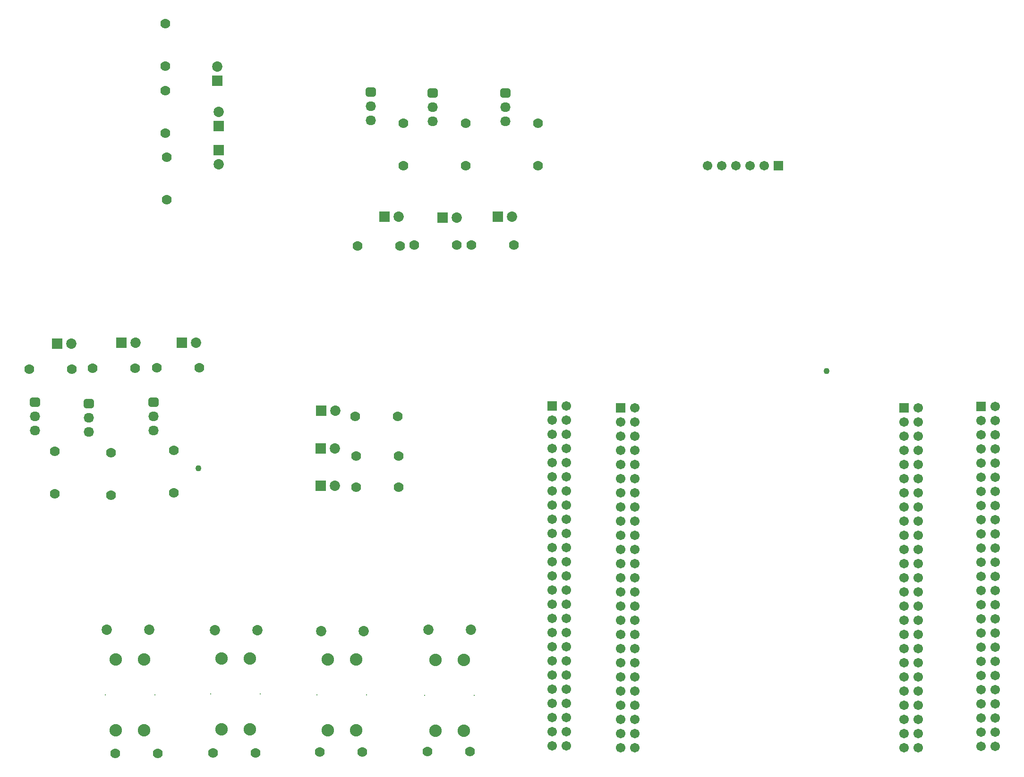
<source format=gbs>
G04 Layer_Color=16711935*
%FSLAX44Y44*%
%MOMM*%
G71*
G01*
G75*
%ADD29C,1.8542*%
%ADD30C,2.2352*%
%ADD31C,0.2032*%
%ADD32C,1.7780*%
%ADD33C,1.7032*%
%ADD34R,1.7032X1.7032*%
%ADD35R,1.7032X1.7032*%
%ADD36O,1.8542X1.7272*%
G04:AMPARAMS|DCode=37|XSize=1.7272mm|YSize=1.8542mm|CornerRadius=0.4826mm|HoleSize=0mm|Usage=FLASHONLY|Rotation=270.000|XOffset=0mm|YOffset=0mm|HoleType=Round|Shape=RoundedRectangle|*
%AMROUNDEDRECTD37*
21,1,1.7272,0.8890,0,0,270.0*
21,1,0.7620,1.8542,0,0,270.0*
1,1,0.9652,-0.4445,-0.3810*
1,1,0.9652,-0.4445,0.3810*
1,1,0.9652,0.4445,0.3810*
1,1,0.9652,0.4445,-0.3810*
%
%ADD37ROUNDEDRECTD37*%
%ADD38R,1.8542X1.8542*%
%ADD39R,1.8542X1.8542*%
%ADD40C,1.7112*%
%ADD41R,1.7112X1.7112*%
%ADD42C,1.0922*%
D29*
X621030Y255270D02*
D03*
X544830D02*
D03*
X812800Y257810D02*
D03*
X736600D02*
D03*
X236220D02*
D03*
X160020D02*
D03*
X430530Y256540D02*
D03*
X354330D02*
D03*
X570230Y650240D02*
D03*
X360680Y1092200D02*
D03*
Y1186180D02*
D03*
X568960Y582930D02*
D03*
X358140Y1267460D02*
D03*
X96520Y770890D02*
D03*
X683260Y998220D02*
D03*
X212090Y772160D02*
D03*
X787400Y996950D02*
D03*
X320040Y772160D02*
D03*
X886460Y998220D02*
D03*
X568960Y515620D02*
D03*
D30*
X556260Y77470D02*
D03*
X607060D02*
D03*
Y204470D02*
D03*
X556260D02*
D03*
X749300Y76200D02*
D03*
X800100D02*
D03*
Y203200D02*
D03*
X749300D02*
D03*
X176530Y77470D02*
D03*
X227330D02*
D03*
Y204470D02*
D03*
X176530D02*
D03*
X365760Y78740D02*
D03*
X416560D02*
D03*
Y205740D02*
D03*
X365760D02*
D03*
D31*
X626110Y140970D02*
D03*
X537210D02*
D03*
X819150Y139700D02*
D03*
X730250D02*
D03*
X246380Y140970D02*
D03*
X157480D02*
D03*
X435610Y142240D02*
D03*
X346710D02*
D03*
D32*
X542290Y38100D02*
D03*
X618490D02*
D03*
X735330Y39370D02*
D03*
X811530D02*
D03*
X251460Y35560D02*
D03*
X175260D02*
D03*
X350520Y36830D02*
D03*
X426720D02*
D03*
X933450Y1089660D02*
D03*
Y1165860D02*
D03*
X803910Y1089660D02*
D03*
Y1165860D02*
D03*
X692150Y1089660D02*
D03*
Y1165860D02*
D03*
X605790Y640080D02*
D03*
X681990D02*
D03*
X267970Y1104900D02*
D03*
Y1028700D02*
D03*
X265430Y1224280D02*
D03*
Y1148080D02*
D03*
X607060Y568960D02*
D03*
X683260D02*
D03*
X265430Y1268730D02*
D03*
Y1344930D02*
D03*
X607060Y513080D02*
D03*
X683260D02*
D03*
X67310Y501650D02*
D03*
Y577850D02*
D03*
X167640Y499110D02*
D03*
Y575310D02*
D03*
X280670Y502920D02*
D03*
Y579120D02*
D03*
X97790Y725170D02*
D03*
X21590D02*
D03*
X685800Y946150D02*
D03*
X609600D02*
D03*
X210820Y726440D02*
D03*
X134620D02*
D03*
X787402Y947420D02*
D03*
X711202D02*
D03*
X326390Y727710D02*
D03*
X250190D02*
D03*
X890270Y947420D02*
D03*
X814070D02*
D03*
D33*
X1236980Y1089660D02*
D03*
X1262380D02*
D03*
X1287780D02*
D03*
X1313180D02*
D03*
X1338580D02*
D03*
X1752600Y48260D02*
D03*
X1727200D02*
D03*
X1752600Y73660D02*
D03*
X1727200D02*
D03*
X1752600Y99060D02*
D03*
X1727200D02*
D03*
X1752600Y124460D02*
D03*
X1727200D02*
D03*
X1752600Y149860D02*
D03*
X1727200D02*
D03*
X1752600Y175260D02*
D03*
X1727200D02*
D03*
X1752600Y200660D02*
D03*
X1727200D02*
D03*
X1752600Y226060D02*
D03*
X1727200D02*
D03*
X1752600Y251460D02*
D03*
X1727200D02*
D03*
X1752600Y276860D02*
D03*
X1727200D02*
D03*
X1752600Y302260D02*
D03*
X1727200D02*
D03*
X1752600Y327660D02*
D03*
X1727200D02*
D03*
X1752600Y353060D02*
D03*
X1727200D02*
D03*
X1752600Y378460D02*
D03*
X1727200D02*
D03*
X1752600Y403860D02*
D03*
X1727200D02*
D03*
X1752600Y429260D02*
D03*
X1727200D02*
D03*
X1752600Y454660D02*
D03*
X1727200D02*
D03*
X1752600Y480060D02*
D03*
X1727200D02*
D03*
X1752600Y505460D02*
D03*
X1727200D02*
D03*
X1752600Y530860D02*
D03*
X1727200D02*
D03*
X1752600Y556260D02*
D03*
X1727200D02*
D03*
X1752600Y581660D02*
D03*
X1727200D02*
D03*
X1752600Y607060D02*
D03*
X1727200D02*
D03*
X1752600Y632460D02*
D03*
X1727200D02*
D03*
X1752600Y657860D02*
D03*
X984250Y49530D02*
D03*
X958850D02*
D03*
X984250Y74930D02*
D03*
X958850D02*
D03*
X984250Y100330D02*
D03*
X958850D02*
D03*
X984250Y125730D02*
D03*
X958850D02*
D03*
X984250Y151130D02*
D03*
X958850D02*
D03*
X984250Y176530D02*
D03*
X958850D02*
D03*
X984250Y201930D02*
D03*
X958850D02*
D03*
X984250Y227330D02*
D03*
X958850D02*
D03*
X984250Y252730D02*
D03*
X958850D02*
D03*
X984250Y278130D02*
D03*
X958850D02*
D03*
X984250Y303530D02*
D03*
X958850D02*
D03*
X984250Y328930D02*
D03*
X958850D02*
D03*
X984250Y354330D02*
D03*
X958850D02*
D03*
X984250Y379730D02*
D03*
X958850D02*
D03*
X984250Y405130D02*
D03*
X958850D02*
D03*
X984250Y430530D02*
D03*
X958850D02*
D03*
X984250Y455930D02*
D03*
X958850D02*
D03*
X984250Y481330D02*
D03*
X958850D02*
D03*
X984250Y506730D02*
D03*
X958850D02*
D03*
X984250Y532130D02*
D03*
X958850D02*
D03*
X984250Y557530D02*
D03*
X958850D02*
D03*
X984250Y582930D02*
D03*
X958850D02*
D03*
X984250Y608330D02*
D03*
X958850D02*
D03*
X984250Y633730D02*
D03*
X958850D02*
D03*
X984250Y659130D02*
D03*
D34*
X1363980Y1089660D02*
D03*
D35*
X1727200Y657860D02*
D03*
X958850Y659130D02*
D03*
D36*
X875030Y1169670D02*
D03*
Y1195070D02*
D03*
X744220Y1169670D02*
D03*
Y1195070D02*
D03*
X633730Y1170940D02*
D03*
Y1196340D02*
D03*
X31750Y614680D02*
D03*
Y640080D02*
D03*
X128270Y612140D02*
D03*
Y637540D02*
D03*
X243840Y614680D02*
D03*
Y640080D02*
D03*
D37*
X875030Y1220470D02*
D03*
X744220D02*
D03*
X633730Y1221740D02*
D03*
X31750Y665480D02*
D03*
X128270Y662940D02*
D03*
X243840Y665480D02*
D03*
D38*
X544830Y650240D02*
D03*
X543560Y582930D02*
D03*
X71120Y770890D02*
D03*
X657860Y998220D02*
D03*
X186690Y772160D02*
D03*
X762000Y996950D02*
D03*
X294640Y772160D02*
D03*
X861060Y998220D02*
D03*
X543560Y515620D02*
D03*
D39*
X360680Y1117600D02*
D03*
Y1160780D02*
D03*
X358140Y1242060D02*
D03*
D40*
X1615293Y45720D02*
D03*
X1589893D02*
D03*
X1615293Y71120D02*
D03*
X1589893D02*
D03*
X1615293Y96520D02*
D03*
X1589893D02*
D03*
X1615293Y121920D02*
D03*
X1589893D02*
D03*
X1615293Y147320D02*
D03*
X1589893D02*
D03*
X1615293Y172720D02*
D03*
X1589893D02*
D03*
X1615293Y198120D02*
D03*
X1589893D02*
D03*
X1615293Y223520D02*
D03*
X1589893D02*
D03*
X1615293Y248920D02*
D03*
X1589893D02*
D03*
X1615293Y274320D02*
D03*
X1589893D02*
D03*
X1615293Y299720D02*
D03*
X1589893D02*
D03*
X1615293Y325120D02*
D03*
X1589893D02*
D03*
X1615293Y350520D02*
D03*
X1589893D02*
D03*
X1615293Y375920D02*
D03*
X1589893D02*
D03*
X1615293Y401320D02*
D03*
X1589893D02*
D03*
X1615293Y426720D02*
D03*
X1589893D02*
D03*
X1615293Y452120D02*
D03*
X1589893D02*
D03*
X1615293Y477520D02*
D03*
X1589893D02*
D03*
X1615293Y502920D02*
D03*
X1589893D02*
D03*
X1615293Y528320D02*
D03*
X1589893D02*
D03*
X1615293Y553720D02*
D03*
X1589893D02*
D03*
X1615293Y579120D02*
D03*
X1589893D02*
D03*
X1615293Y604520D02*
D03*
X1589893D02*
D03*
X1615293Y629920D02*
D03*
X1589893D02*
D03*
X1615293Y655320D02*
D03*
X1107293Y45720D02*
D03*
X1081893D02*
D03*
X1107293Y71120D02*
D03*
X1081893D02*
D03*
X1107293Y96520D02*
D03*
X1081893D02*
D03*
X1107293Y121920D02*
D03*
X1081893D02*
D03*
X1107293Y147320D02*
D03*
X1081893D02*
D03*
X1107293Y172720D02*
D03*
X1081893D02*
D03*
X1107293Y198120D02*
D03*
X1081893D02*
D03*
X1107293Y223520D02*
D03*
X1081893D02*
D03*
X1107293Y248920D02*
D03*
X1081893D02*
D03*
X1107293Y274320D02*
D03*
X1081893D02*
D03*
X1107293Y299720D02*
D03*
X1081893D02*
D03*
X1107293Y325120D02*
D03*
X1081893D02*
D03*
X1107293Y350520D02*
D03*
X1081893D02*
D03*
X1107293Y375920D02*
D03*
X1081893D02*
D03*
X1107293Y401320D02*
D03*
X1081893D02*
D03*
X1107293Y426720D02*
D03*
X1081893D02*
D03*
X1107293Y452120D02*
D03*
X1081893D02*
D03*
X1107293Y477520D02*
D03*
X1081893D02*
D03*
X1107293Y502920D02*
D03*
X1081893D02*
D03*
X1107293Y528320D02*
D03*
X1081893D02*
D03*
X1107293Y553720D02*
D03*
X1081893D02*
D03*
X1107293Y579120D02*
D03*
X1081893D02*
D03*
X1107293Y604520D02*
D03*
X1081893D02*
D03*
X1107293Y629920D02*
D03*
X1081893D02*
D03*
X1107293Y655320D02*
D03*
D41*
X1589893D02*
D03*
X1081893D02*
D03*
D42*
X324866Y547116D02*
D03*
X1450594Y721360D02*
D03*
M02*

</source>
